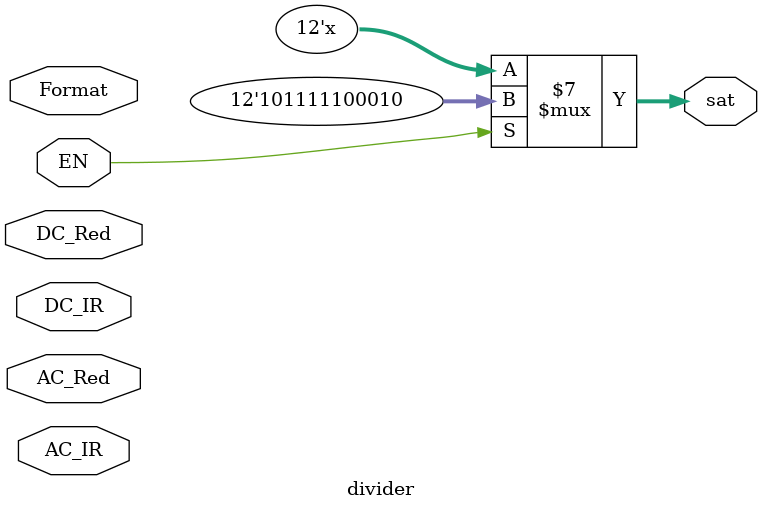
<source format=v>
`timescale 1ns / 1ps
module divider(
    input  wire [7:0] AC_Red,
    input  wire [7:0] DC_Red,
    input  wire [7:0] AC_IR,
    input  wire [7:0] DC_IR,
    input  wire EN,
    input  wire [1:0] Format,
    output reg  [11:0] sat = 0
);

wire [9:0] sum = AC_Red+DC_Red+AC_IR+DC_IR;

always @(*) begin
    if (EN)
//        sat = {2'b00, sum};
            sat = 12'b101111100010;
end


//// Ê¹ÓÃcaseÓï¾ä°æ±¾
//always @(*) begin
//    if (EN) begin
//        case ({AC_Red, DC_Red})
//            16'h0000: sat = 12'h000;
//            16'h0001: sat = 12'h001;
//            16'h0002: sat = 12'h002;
//            16'h0003: sat = 12'h003;
//            16'h0004: sat = 12'h004;
//            // ...
//            16'hFFFF: sat = 12'hFFF;
//            default: sat = 12'h000;  // Default case, although it's not strictly necessary
//        endcase
//    end
//end

//// Ê¹ÓÃ³õÊ¼»¯´æ´¢Æ÷¿é°æ±¾
//reg [11:0] lut [65535:0];  // 256-entry LUT with 6-bit wide entries
//initial begin
//    // Initialize the LUT with values
//    lut[16'h0000] = 12'h000;
//    lut[16'h0001] = 12'h001;
//    lut[16'h0002] = 12'h002;
//    lut[16'h0003] = 12'h003;
//    lut[16'h0004] = 12'h004;
//    // ...
//    lut[16'hFFFF] = 12'hFFF;
//end
//always @(*) begin
//    if (EN)
//        sat = lut[{AC_Red, DC_Red}];
//    else
//        sat = 12'h000;  // Output 0 when enable is low
//end

endmodule

</source>
